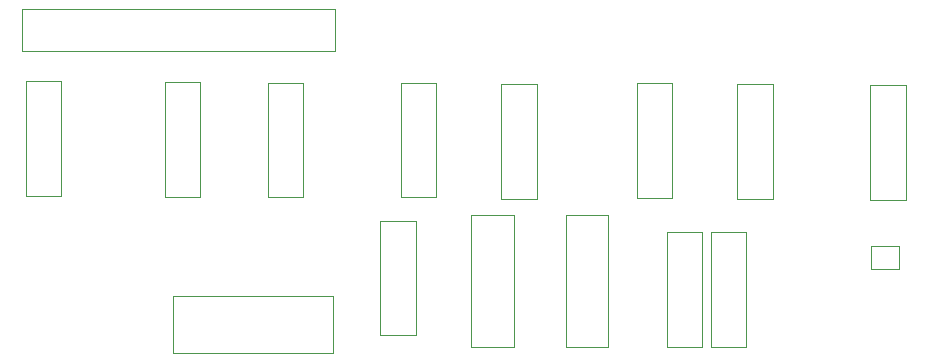
<source format=gbr>
%TF.GenerationSoftware,KiCad,Pcbnew,8.0.1*%
%TF.CreationDate,2024-10-21T16:06:20-03:00*%
%TF.ProjectId,placa_de_sensores,706c6163-615f-4646-955f-73656e736f72,rev?*%
%TF.SameCoordinates,Original*%
%TF.FileFunction,Other,User*%
%FSLAX46Y46*%
G04 Gerber Fmt 4.6, Leading zero omitted, Abs format (unit mm)*
G04 Created by KiCad (PCBNEW 8.0.1) date 2024-10-21 16:06:20*
%MOMM*%
%LPD*%
G01*
G04 APERTURE LIST*
%ADD10C,0.050000*%
G04 APERTURE END LIST*
D10*
%TO.C,CONEX\u00C3O-I2C1*%
X153500000Y-77350000D02*
X153500000Y-72550000D01*
X153500000Y-72550000D02*
X140000000Y-72550000D01*
X140000000Y-77350000D02*
X153500000Y-77350000D01*
X140000000Y-72550000D02*
X140000000Y-77350000D01*
%TO.C,INA122*%
X173200000Y-65660000D02*
X173200000Y-76860000D01*
X173200000Y-76860000D02*
X176800000Y-76860000D01*
X176800000Y-65660000D02*
X173200000Y-65660000D01*
X176800000Y-76860000D02*
X176800000Y-65660000D01*
%TO.C,RG*%
X160500000Y-66140000D02*
X157500000Y-66140000D01*
X157500000Y-66140000D02*
X157500000Y-75860000D01*
X160500000Y-75860000D02*
X160500000Y-66140000D01*
X157500000Y-75860000D02*
X160500000Y-75860000D01*
%TO.C,R10*%
X130500000Y-54330000D02*
X127500000Y-54330000D01*
X127500000Y-54330000D02*
X127500000Y-64050000D01*
X130500000Y-64050000D02*
X130500000Y-54330000D01*
X127500000Y-64050000D02*
X130500000Y-64050000D01*
%TO.C,R9*%
X151000000Y-54450000D02*
X148000000Y-54450000D01*
X148000000Y-54450000D02*
X148000000Y-64170000D01*
X151000000Y-64170000D02*
X151000000Y-54450000D01*
X148000000Y-64170000D02*
X151000000Y-64170000D01*
%TO.C,R8*%
X185500000Y-76860000D02*
X188500000Y-76860000D01*
X188500000Y-76860000D02*
X188500000Y-67140000D01*
X185500000Y-67140000D02*
X185500000Y-76860000D01*
X188500000Y-67140000D02*
X185500000Y-67140000D01*
%TO.C,R7*%
X184750000Y-67080000D02*
X181750000Y-67080000D01*
X181750000Y-67080000D02*
X181750000Y-76800000D01*
X184750000Y-76800000D02*
X184750000Y-67080000D01*
X181750000Y-76800000D02*
X184750000Y-76800000D01*
%TO.C,R6*%
X142250000Y-54390000D02*
X139250000Y-54390000D01*
X139250000Y-54390000D02*
X139250000Y-64110000D01*
X142250000Y-64110000D02*
X142250000Y-54390000D01*
X139250000Y-64110000D02*
X142250000Y-64110000D01*
%TO.C,R5*%
X159250000Y-64170000D02*
X162250000Y-64170000D01*
X162250000Y-64170000D02*
X162250000Y-54450000D01*
X159250000Y-54450000D02*
X159250000Y-64170000D01*
X162250000Y-54450000D02*
X159250000Y-54450000D01*
%TO.C,R4*%
X167750000Y-64300000D02*
X170750000Y-64300000D01*
X170750000Y-64300000D02*
X170750000Y-54580000D01*
X167750000Y-54580000D02*
X167750000Y-64300000D01*
X170750000Y-54580000D02*
X167750000Y-54580000D01*
%TO.C,R3*%
X187750000Y-64300000D02*
X190750000Y-64300000D01*
X190750000Y-64300000D02*
X190750000Y-54580000D01*
X187750000Y-54580000D02*
X187750000Y-64300000D01*
X190750000Y-54580000D02*
X187750000Y-54580000D01*
%TO.C,R2*%
X179250000Y-64230000D02*
X182250000Y-64230000D01*
X182250000Y-64230000D02*
X182250000Y-54510000D01*
X179250000Y-54510000D02*
X179250000Y-64230000D01*
X182250000Y-54510000D02*
X179250000Y-54510000D01*
%TO.C,R1*%
X199000000Y-64360000D02*
X202000000Y-64360000D01*
X202000000Y-64360000D02*
X202000000Y-54640000D01*
X199000000Y-54640000D02*
X199000000Y-64360000D01*
X202000000Y-54640000D02*
X199000000Y-54640000D01*
%TO.C,ANA_OUT*%
X199100000Y-68250000D02*
X199100000Y-70250000D01*
X199100000Y-70250000D02*
X201400000Y-70250000D01*
X201400000Y-68250000D02*
X199100000Y-68250000D01*
X201400000Y-70250000D02*
X201400000Y-68250000D01*
%TO.C,INA122_E1*%
X165200000Y-65660000D02*
X165200000Y-76860000D01*
X165200000Y-76860000D02*
X168800000Y-76860000D01*
X168800000Y-65660000D02*
X165200000Y-65660000D01*
X168800000Y-76860000D02*
X168800000Y-65660000D01*
%TO.C,ADS1115*%
X153660000Y-51800000D02*
X153660000Y-48200000D01*
X153660000Y-48200000D02*
X127210000Y-48200000D01*
X127210000Y-51800000D02*
X153660000Y-51800000D01*
X127210000Y-48200000D02*
X127210000Y-51800000D01*
%TD*%
M02*

</source>
